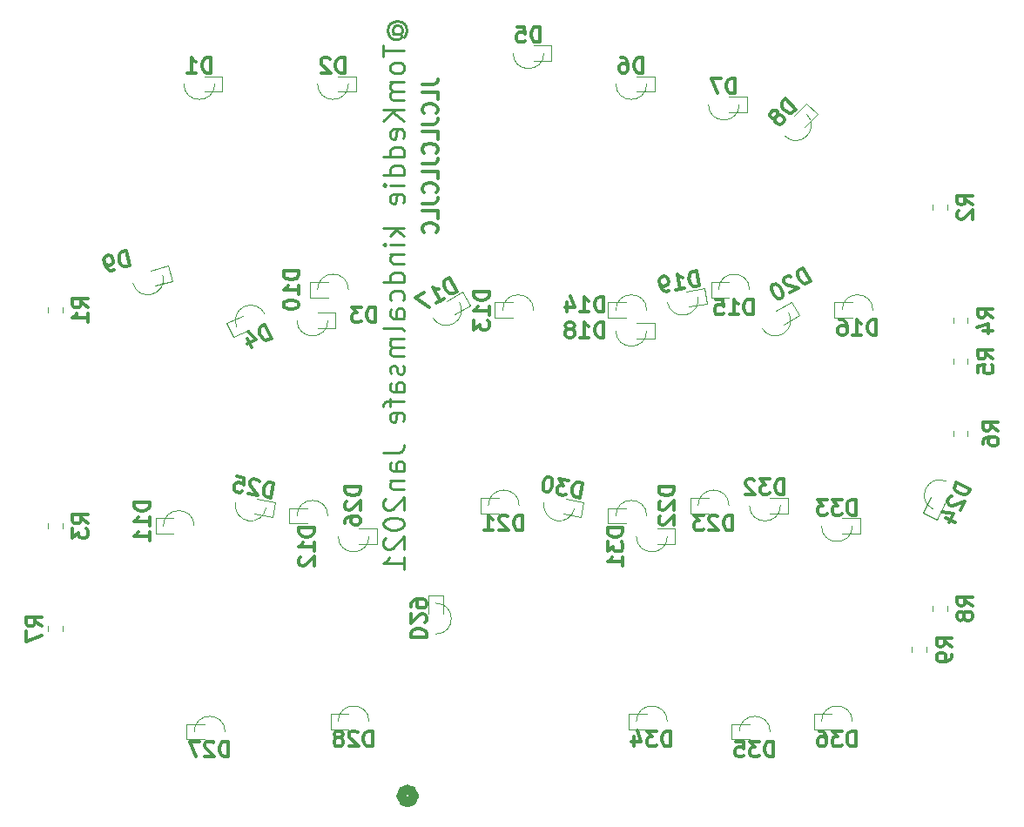
<source format=gbr>
%TF.GenerationSoftware,KiCad,Pcbnew,5.1.7-a382d34a8~88~ubuntu20.04.1*%
%TF.CreationDate,2021-01-12T19:29:10-08:00*%
%TF.ProjectId,kindcalmsafe,6b696e64-6361-46c6-9d73-6166652e6b69,rev?*%
%TF.SameCoordinates,Original*%
%TF.FileFunction,Legend,Bot*%
%TF.FilePolarity,Positive*%
%FSLAX46Y46*%
G04 Gerber Fmt 4.6, Leading zero omitted, Abs format (unit mm)*
G04 Created by KiCad (PCBNEW 5.1.7-a382d34a8~88~ubuntu20.04.1) date 2021-01-12 19:29:10*
%MOMM*%
%LPD*%
G01*
G04 APERTURE LIST*
%ADD10C,0.375000*%
%ADD11C,0.250000*%
%ADD12C,0.120000*%
%ADD13C,1.000000*%
G04 APERTURE END LIST*
D10*
X91678571Y-63071428D02*
X92750000Y-63071428D01*
X92964285Y-63000000D01*
X93107142Y-62857142D01*
X93178571Y-62642857D01*
X93178571Y-62500000D01*
X93178571Y-64500000D02*
X93178571Y-63785714D01*
X91678571Y-63785714D01*
X93035714Y-65857142D02*
X93107142Y-65785714D01*
X93178571Y-65571428D01*
X93178571Y-65428571D01*
X93107142Y-65214285D01*
X92964285Y-65071428D01*
X92821428Y-65000000D01*
X92535714Y-64928571D01*
X92321428Y-64928571D01*
X92035714Y-65000000D01*
X91892857Y-65071428D01*
X91750000Y-65214285D01*
X91678571Y-65428571D01*
X91678571Y-65571428D01*
X91750000Y-65785714D01*
X91821428Y-65857142D01*
X91678571Y-66928571D02*
X92750000Y-66928571D01*
X92964285Y-66857142D01*
X93107142Y-66714285D01*
X93178571Y-66500000D01*
X93178571Y-66357142D01*
X93178571Y-68357142D02*
X93178571Y-67642857D01*
X91678571Y-67642857D01*
X93035714Y-69714285D02*
X93107142Y-69642857D01*
X93178571Y-69428571D01*
X93178571Y-69285714D01*
X93107142Y-69071428D01*
X92964285Y-68928571D01*
X92821428Y-68857142D01*
X92535714Y-68785714D01*
X92321428Y-68785714D01*
X92035714Y-68857142D01*
X91892857Y-68928571D01*
X91750000Y-69071428D01*
X91678571Y-69285714D01*
X91678571Y-69428571D01*
X91750000Y-69642857D01*
X91821428Y-69714285D01*
X91678571Y-70785714D02*
X92750000Y-70785714D01*
X92964285Y-70714285D01*
X93107142Y-70571428D01*
X93178571Y-70357142D01*
X93178571Y-70214285D01*
X93178571Y-72214285D02*
X93178571Y-71500000D01*
X91678571Y-71500000D01*
X93035714Y-73571428D02*
X93107142Y-73500000D01*
X93178571Y-73285714D01*
X93178571Y-73142857D01*
X93107142Y-72928571D01*
X92964285Y-72785714D01*
X92821428Y-72714285D01*
X92535714Y-72642857D01*
X92321428Y-72642857D01*
X92035714Y-72714285D01*
X91892857Y-72785714D01*
X91750000Y-72928571D01*
X91678571Y-73142857D01*
X91678571Y-73285714D01*
X91750000Y-73500000D01*
X91821428Y-73571428D01*
X91678571Y-74642857D02*
X92750000Y-74642857D01*
X92964285Y-74571428D01*
X93107142Y-74428571D01*
X93178571Y-74214285D01*
X93178571Y-74071428D01*
X93178571Y-76071428D02*
X93178571Y-75357142D01*
X91678571Y-75357142D01*
X93035714Y-77428571D02*
X93107142Y-77357142D01*
X93178571Y-77142857D01*
X93178571Y-77000000D01*
X93107142Y-76785714D01*
X92964285Y-76642857D01*
X92821428Y-76571428D01*
X92535714Y-76500000D01*
X92321428Y-76500000D01*
X92035714Y-76571428D01*
X91892857Y-76642857D01*
X91750000Y-76785714D01*
X91678571Y-77000000D01*
X91678571Y-77142857D01*
X91750000Y-77357142D01*
X91821428Y-77428571D01*
D11*
X88952380Y-58166666D02*
X88857142Y-58071428D01*
X88761904Y-57880952D01*
X88761904Y-57690476D01*
X88857142Y-57500000D01*
X88952380Y-57404761D01*
X89142857Y-57309523D01*
X89333333Y-57309523D01*
X89523809Y-57404761D01*
X89619047Y-57500000D01*
X89714285Y-57690476D01*
X89714285Y-57880952D01*
X89619047Y-58071428D01*
X89523809Y-58166666D01*
X88761904Y-58166666D02*
X89523809Y-58166666D01*
X89619047Y-58261904D01*
X89619047Y-58357142D01*
X89523809Y-58547619D01*
X89333333Y-58642857D01*
X88857142Y-58642857D01*
X88571428Y-58452380D01*
X88380952Y-58166666D01*
X88285714Y-57785714D01*
X88380952Y-57404761D01*
X88571428Y-57119047D01*
X88857142Y-56928571D01*
X89238095Y-56833333D01*
X89619047Y-56928571D01*
X89904761Y-57119047D01*
X90095238Y-57404761D01*
X90190476Y-57785714D01*
X90095238Y-58166666D01*
X89904761Y-58452380D01*
X87904761Y-59214285D02*
X87904761Y-60357142D01*
X89904761Y-59785714D02*
X87904761Y-59785714D01*
X89904761Y-61309523D02*
X89809523Y-61119047D01*
X89714285Y-61023809D01*
X89523809Y-60928571D01*
X88952380Y-60928571D01*
X88761904Y-61023809D01*
X88666666Y-61119047D01*
X88571428Y-61309523D01*
X88571428Y-61595238D01*
X88666666Y-61785714D01*
X88761904Y-61880952D01*
X88952380Y-61976190D01*
X89523809Y-61976190D01*
X89714285Y-61880952D01*
X89809523Y-61785714D01*
X89904761Y-61595238D01*
X89904761Y-61309523D01*
X89904761Y-62833333D02*
X88571428Y-62833333D01*
X88761904Y-62833333D02*
X88666666Y-62928571D01*
X88571428Y-63119047D01*
X88571428Y-63404761D01*
X88666666Y-63595238D01*
X88857142Y-63690476D01*
X89904761Y-63690476D01*
X88857142Y-63690476D02*
X88666666Y-63785714D01*
X88571428Y-63976190D01*
X88571428Y-64261904D01*
X88666666Y-64452380D01*
X88857142Y-64547619D01*
X89904761Y-64547619D01*
X89904761Y-65500000D02*
X87904761Y-65500000D01*
X89904761Y-66642857D02*
X88761904Y-65785714D01*
X87904761Y-66642857D02*
X89047619Y-65500000D01*
X89809523Y-68261904D02*
X89904761Y-68071428D01*
X89904761Y-67690476D01*
X89809523Y-67500000D01*
X89619047Y-67404761D01*
X88857142Y-67404761D01*
X88666666Y-67500000D01*
X88571428Y-67690476D01*
X88571428Y-68071428D01*
X88666666Y-68261904D01*
X88857142Y-68357142D01*
X89047619Y-68357142D01*
X89238095Y-67404761D01*
X89904761Y-70071428D02*
X87904761Y-70071428D01*
X89809523Y-70071428D02*
X89904761Y-69880952D01*
X89904761Y-69500000D01*
X89809523Y-69309523D01*
X89714285Y-69214285D01*
X89523809Y-69119047D01*
X88952380Y-69119047D01*
X88761904Y-69214285D01*
X88666666Y-69309523D01*
X88571428Y-69500000D01*
X88571428Y-69880952D01*
X88666666Y-70071428D01*
X89904761Y-71880952D02*
X87904761Y-71880952D01*
X89809523Y-71880952D02*
X89904761Y-71690476D01*
X89904761Y-71309523D01*
X89809523Y-71119047D01*
X89714285Y-71023809D01*
X89523809Y-70928571D01*
X88952380Y-70928571D01*
X88761904Y-71023809D01*
X88666666Y-71119047D01*
X88571428Y-71309523D01*
X88571428Y-71690476D01*
X88666666Y-71880952D01*
X89904761Y-72833333D02*
X88571428Y-72833333D01*
X87904761Y-72833333D02*
X88000000Y-72738095D01*
X88095238Y-72833333D01*
X88000000Y-72928571D01*
X87904761Y-72833333D01*
X88095238Y-72833333D01*
X89809523Y-74547619D02*
X89904761Y-74357142D01*
X89904761Y-73976190D01*
X89809523Y-73785714D01*
X89619047Y-73690476D01*
X88857142Y-73690476D01*
X88666666Y-73785714D01*
X88571428Y-73976190D01*
X88571428Y-74357142D01*
X88666666Y-74547619D01*
X88857142Y-74642857D01*
X89047619Y-74642857D01*
X89238095Y-73690476D01*
X89904761Y-77023809D02*
X87904761Y-77023809D01*
X89142857Y-77214285D02*
X89904761Y-77785714D01*
X88571428Y-77785714D02*
X89333333Y-77023809D01*
X89904761Y-78642857D02*
X88571428Y-78642857D01*
X87904761Y-78642857D02*
X88000000Y-78547619D01*
X88095238Y-78642857D01*
X88000000Y-78738095D01*
X87904761Y-78642857D01*
X88095238Y-78642857D01*
X88571428Y-79595238D02*
X89904761Y-79595238D01*
X88761904Y-79595238D02*
X88666666Y-79690476D01*
X88571428Y-79880952D01*
X88571428Y-80166666D01*
X88666666Y-80357142D01*
X88857142Y-80452380D01*
X89904761Y-80452380D01*
X89904761Y-82261904D02*
X87904761Y-82261904D01*
X89809523Y-82261904D02*
X89904761Y-82071428D01*
X89904761Y-81690476D01*
X89809523Y-81499999D01*
X89714285Y-81404761D01*
X89523809Y-81309523D01*
X88952380Y-81309523D01*
X88761904Y-81404761D01*
X88666666Y-81499999D01*
X88571428Y-81690476D01*
X88571428Y-82071428D01*
X88666666Y-82261904D01*
X89809523Y-84071428D02*
X89904761Y-83880952D01*
X89904761Y-83499999D01*
X89809523Y-83309523D01*
X89714285Y-83214285D01*
X89523809Y-83119047D01*
X88952380Y-83119047D01*
X88761904Y-83214285D01*
X88666666Y-83309523D01*
X88571428Y-83499999D01*
X88571428Y-83880952D01*
X88666666Y-84071428D01*
X89904761Y-85785714D02*
X88857142Y-85785714D01*
X88666666Y-85690476D01*
X88571428Y-85499999D01*
X88571428Y-85119047D01*
X88666666Y-84928571D01*
X89809523Y-85785714D02*
X89904761Y-85595238D01*
X89904761Y-85119047D01*
X89809523Y-84928571D01*
X89619047Y-84833333D01*
X89428571Y-84833333D01*
X89238095Y-84928571D01*
X89142857Y-85119047D01*
X89142857Y-85595238D01*
X89047619Y-85785714D01*
X89904761Y-87023809D02*
X89809523Y-86833333D01*
X89619047Y-86738095D01*
X87904761Y-86738095D01*
X89904761Y-87785714D02*
X88571428Y-87785714D01*
X88761904Y-87785714D02*
X88666666Y-87880952D01*
X88571428Y-88071428D01*
X88571428Y-88357142D01*
X88666666Y-88547619D01*
X88857142Y-88642857D01*
X89904761Y-88642857D01*
X88857142Y-88642857D02*
X88666666Y-88738095D01*
X88571428Y-88928571D01*
X88571428Y-89214285D01*
X88666666Y-89404761D01*
X88857142Y-89499999D01*
X89904761Y-89499999D01*
X89809523Y-90357142D02*
X89904761Y-90547619D01*
X89904761Y-90928571D01*
X89809523Y-91119047D01*
X89619047Y-91214285D01*
X89523809Y-91214285D01*
X89333333Y-91119047D01*
X89238095Y-90928571D01*
X89238095Y-90642857D01*
X89142857Y-90452380D01*
X88952380Y-90357142D01*
X88857142Y-90357142D01*
X88666666Y-90452380D01*
X88571428Y-90642857D01*
X88571428Y-90928571D01*
X88666666Y-91119047D01*
X89904761Y-92928571D02*
X88857142Y-92928571D01*
X88666666Y-92833333D01*
X88571428Y-92642857D01*
X88571428Y-92261904D01*
X88666666Y-92071428D01*
X89809523Y-92928571D02*
X89904761Y-92738095D01*
X89904761Y-92261904D01*
X89809523Y-92071428D01*
X89619047Y-91976190D01*
X89428571Y-91976190D01*
X89238095Y-92071428D01*
X89142857Y-92261904D01*
X89142857Y-92738095D01*
X89047619Y-92928571D01*
X88571428Y-93595238D02*
X88571428Y-94357142D01*
X89904761Y-93880952D02*
X88190476Y-93880952D01*
X88000000Y-93976190D01*
X87904761Y-94166666D01*
X87904761Y-94357142D01*
X89809523Y-95785714D02*
X89904761Y-95595238D01*
X89904761Y-95214285D01*
X89809523Y-95023809D01*
X89619047Y-94928571D01*
X88857142Y-94928571D01*
X88666666Y-95023809D01*
X88571428Y-95214285D01*
X88571428Y-95595238D01*
X88666666Y-95785714D01*
X88857142Y-95880952D01*
X89047619Y-95880952D01*
X89238095Y-94928571D01*
X87904761Y-98833333D02*
X89333333Y-98833333D01*
X89619047Y-98738095D01*
X89809523Y-98547619D01*
X89904761Y-98261904D01*
X89904761Y-98071428D01*
X89904761Y-100642857D02*
X88857142Y-100642857D01*
X88666666Y-100547619D01*
X88571428Y-100357142D01*
X88571428Y-99976190D01*
X88666666Y-99785714D01*
X89809523Y-100642857D02*
X89904761Y-100452380D01*
X89904761Y-99976190D01*
X89809523Y-99785714D01*
X89619047Y-99690476D01*
X89428571Y-99690476D01*
X89238095Y-99785714D01*
X89142857Y-99976190D01*
X89142857Y-100452380D01*
X89047619Y-100642857D01*
X88571428Y-101595238D02*
X89904761Y-101595238D01*
X88761904Y-101595238D02*
X88666666Y-101690476D01*
X88571428Y-101880952D01*
X88571428Y-102166666D01*
X88666666Y-102357142D01*
X88857142Y-102452380D01*
X89904761Y-102452380D01*
X88095238Y-103309523D02*
X88000000Y-103404761D01*
X87904761Y-103595238D01*
X87904761Y-104071428D01*
X88000000Y-104261904D01*
X88095238Y-104357142D01*
X88285714Y-104452380D01*
X88476190Y-104452380D01*
X88761904Y-104357142D01*
X89904761Y-103214285D01*
X89904761Y-104452380D01*
X87904761Y-105690476D02*
X87904761Y-105880952D01*
X88000000Y-106071428D01*
X88095238Y-106166666D01*
X88285714Y-106261904D01*
X88666666Y-106357142D01*
X89142857Y-106357142D01*
X89523809Y-106261904D01*
X89714285Y-106166666D01*
X89809523Y-106071428D01*
X89904761Y-105880952D01*
X89904761Y-105690476D01*
X89809523Y-105500000D01*
X89714285Y-105404761D01*
X89523809Y-105309523D01*
X89142857Y-105214285D01*
X88666666Y-105214285D01*
X88285714Y-105309523D01*
X88095238Y-105404761D01*
X88000000Y-105500000D01*
X87904761Y-105690476D01*
X88095238Y-107119047D02*
X88000000Y-107214285D01*
X87904761Y-107404761D01*
X87904761Y-107880952D01*
X88000000Y-108071428D01*
X88095238Y-108166666D01*
X88285714Y-108261904D01*
X88476190Y-108261904D01*
X88761904Y-108166666D01*
X89904761Y-107023809D01*
X89904761Y-108261904D01*
X89904761Y-110166666D02*
X89904761Y-109023809D01*
X89904761Y-109595238D02*
X87904761Y-109595238D01*
X88190476Y-109404761D01*
X88380952Y-109214285D01*
X88476190Y-109023809D01*
D12*
%TO.C,R2*%
X142710000Y-75258578D02*
X142710000Y-74741422D01*
X141290000Y-75258578D02*
X141290000Y-74741422D01*
%TO.C,R9*%
X140710000Y-118258578D02*
X140710000Y-117741422D01*
X139290000Y-118258578D02*
X139290000Y-117741422D01*
%TO.C,R8*%
X142710000Y-114258578D02*
X142710000Y-113741422D01*
X141290000Y-114258578D02*
X141290000Y-113741422D01*
%TO.C,R7*%
X55290000Y-115741422D02*
X55290000Y-116258578D01*
X56710000Y-115741422D02*
X56710000Y-116258578D01*
%TO.C,R6*%
X144710000Y-97258578D02*
X144710000Y-96741422D01*
X143290000Y-97258578D02*
X143290000Y-96741422D01*
%TO.C,R5*%
X144710000Y-90258578D02*
X144710000Y-89741422D01*
X143290000Y-90258578D02*
X143290000Y-89741422D01*
%TO.C,R4*%
X144710000Y-86258578D02*
X144710000Y-85741422D01*
X143290000Y-86258578D02*
X143290000Y-85741422D01*
%TO.C,R3*%
X56710000Y-106258578D02*
X56710000Y-105741422D01*
X55290000Y-106258578D02*
X55290000Y-105741422D01*
%TO.C,R1*%
X56710000Y-85258578D02*
X56710000Y-84741422D01*
X55290000Y-85258578D02*
X55290000Y-84741422D01*
%TO.C,D36*%
X133500000Y-125000000D02*
G75*
G03*
X130500000Y-125000000I-1500000J0D01*
G01*
X131500000Y-124250000D02*
X129750000Y-124250000D01*
X129750000Y-125750000D02*
X129750000Y-124250000D01*
X129750000Y-125750000D02*
X131500000Y-125750000D01*
%TO.C,D35*%
X125500000Y-126000000D02*
G75*
G03*
X122500000Y-126000000I-1500000J0D01*
G01*
X123500000Y-125250000D02*
X121750000Y-125250000D01*
X121750000Y-126750000D02*
X121750000Y-125250000D01*
X121750000Y-126750000D02*
X123500000Y-126750000D01*
%TO.C,D34*%
X115500000Y-125000000D02*
G75*
G03*
X112500000Y-125000000I-1500000J0D01*
G01*
X113500000Y-124250000D02*
X111750000Y-124250000D01*
X111750000Y-125750000D02*
X111750000Y-124250000D01*
X111750000Y-125750000D02*
X113500000Y-125750000D01*
%TO.C,D33*%
X130500000Y-106000000D02*
G75*
G03*
X133500000Y-106000000I1500000J0D01*
G01*
X132500000Y-106750000D02*
X134250000Y-106750000D01*
X134250000Y-105250000D02*
X134250000Y-106750000D01*
X134250000Y-105250000D02*
X132500000Y-105250000D01*
%TO.C,D32*%
X123500000Y-104000000D02*
G75*
G03*
X126500000Y-104000000I1500000J0D01*
G01*
X125500000Y-104750000D02*
X127250000Y-104750000D01*
X127250000Y-103250000D02*
X127250000Y-104750000D01*
X127250000Y-103250000D02*
X125500000Y-103250000D01*
%TO.C,D31*%
X112500000Y-107000000D02*
G75*
G03*
X115500000Y-107000000I1500000J0D01*
G01*
X114500000Y-107750000D02*
X116250000Y-107750000D01*
X116250000Y-106250000D02*
X116250000Y-107750000D01*
X116250000Y-106250000D02*
X114500000Y-106250000D01*
%TO.C,D30*%
X103522788Y-103739528D02*
G75*
G03*
X106477212Y-104260472I1477212J-260472D01*
G01*
X105362168Y-104825430D02*
X107085581Y-105129314D01*
X107346054Y-103652103D02*
X107085581Y-105129314D01*
X107346054Y-103652103D02*
X105622640Y-103348218D01*
%TO.C,D29*%
X93000000Y-116500000D02*
G75*
G03*
X93000000Y-113500000I0J1500000D01*
G01*
X93750000Y-114500000D02*
X93750000Y-112750000D01*
X92250000Y-112750000D02*
X93750000Y-112750000D01*
X92250000Y-112750000D02*
X92250000Y-114500000D01*
%TO.C,D28*%
X86500000Y-125000000D02*
G75*
G03*
X83500000Y-125000000I-1500000J0D01*
G01*
X84500000Y-124250000D02*
X82750000Y-124250000D01*
X82750000Y-125750000D02*
X82750000Y-124250000D01*
X82750000Y-125750000D02*
X84500000Y-125750000D01*
%TO.C,D27*%
X72500000Y-126000000D02*
G75*
G03*
X69500000Y-126000000I-1500000J0D01*
G01*
X70500000Y-125250000D02*
X68750000Y-125250000D01*
X68750000Y-126750000D02*
X68750000Y-125250000D01*
X68750000Y-126750000D02*
X70500000Y-126750000D01*
%TO.C,D26*%
X83500000Y-107000000D02*
G75*
G03*
X86500000Y-107000000I1500000J0D01*
G01*
X85500000Y-107750000D02*
X87250000Y-107750000D01*
X87250000Y-106250000D02*
X87250000Y-107750000D01*
X87250000Y-106250000D02*
X85500000Y-106250000D01*
%TO.C,D25*%
X73522788Y-103739528D02*
G75*
G03*
X76477212Y-104260472I1477212J-260472D01*
G01*
X75362168Y-104825430D02*
X77085581Y-105129314D01*
X77346054Y-103652103D02*
X77085581Y-105129314D01*
X77346054Y-103652103D02*
X75622640Y-103348218D01*
%TO.C,D24*%
X142633927Y-101640538D02*
G75*
G03*
X141366073Y-104359462I-633927J-1359462D01*
G01*
X141108960Y-103136190D02*
X140369378Y-104722229D01*
X141728840Y-105356156D02*
X140369378Y-104722229D01*
X141728840Y-105356156D02*
X142468422Y-103770118D01*
%TO.C,D23*%
X121500000Y-104000000D02*
G75*
G03*
X118500000Y-104000000I-1500000J0D01*
G01*
X119500000Y-103250000D02*
X117750000Y-103250000D01*
X117750000Y-104750000D02*
X117750000Y-103250000D01*
X117750000Y-104750000D02*
X119500000Y-104750000D01*
%TO.C,D22*%
X113500000Y-105000000D02*
G75*
G03*
X110500000Y-105000000I-1500000J0D01*
G01*
X111500000Y-104250000D02*
X109750000Y-104250000D01*
X109750000Y-105750000D02*
X109750000Y-104250000D01*
X109750000Y-105750000D02*
X111500000Y-105750000D01*
%TO.C,D21*%
X101100000Y-104000000D02*
G75*
G03*
X98100000Y-104000000I-1500000J0D01*
G01*
X99100000Y-103250000D02*
X97350000Y-103250000D01*
X97350000Y-104750000D02*
X97350000Y-103250000D01*
X97350000Y-104750000D02*
X99100000Y-104750000D01*
%TO.C,D20*%
X124700962Y-86750000D02*
G75*
G03*
X127299038Y-85250000I1299038J750000D01*
G01*
X126808013Y-86399519D02*
X128323557Y-85524519D01*
X127573557Y-84225481D02*
X128323557Y-85524519D01*
X127573557Y-84225481D02*
X126058013Y-85100481D01*
%TO.C,D19*%
X115522788Y-84260472D02*
G75*
G03*
X118477212Y-83739528I1477212J260472D01*
G01*
X117622640Y-84651782D02*
X119346054Y-84347897D01*
X119085581Y-82870686D02*
X119346054Y-84347897D01*
X119085581Y-82870686D02*
X117362168Y-83174570D01*
%TO.C,D18*%
X110500000Y-87000000D02*
G75*
G03*
X113500000Y-87000000I1500000J0D01*
G01*
X112500000Y-87750000D02*
X114250000Y-87750000D01*
X114250000Y-86250000D02*
X114250000Y-87750000D01*
X114250000Y-86250000D02*
X112500000Y-86250000D01*
%TO.C,D17*%
X92700962Y-85750000D02*
G75*
G03*
X95299038Y-84250000I1299038J750000D01*
G01*
X94808013Y-85399519D02*
X96323557Y-84524519D01*
X95573557Y-83225481D02*
X96323557Y-84524519D01*
X95573557Y-83225481D02*
X94058013Y-84100481D01*
%TO.C,D16*%
X135500000Y-85000000D02*
G75*
G03*
X132500000Y-85000000I-1500000J0D01*
G01*
X133500000Y-84250000D02*
X131750000Y-84250000D01*
X131750000Y-85750000D02*
X131750000Y-84250000D01*
X131750000Y-85750000D02*
X133500000Y-85750000D01*
%TO.C,D15*%
X123500000Y-83000000D02*
G75*
G03*
X120500000Y-83000000I-1500000J0D01*
G01*
X121500000Y-82250000D02*
X119750000Y-82250000D01*
X119750000Y-83750000D02*
X119750000Y-82250000D01*
X119750000Y-83750000D02*
X121500000Y-83750000D01*
%TO.C,D14*%
X113500000Y-85000000D02*
G75*
G03*
X110500000Y-85000000I-1500000J0D01*
G01*
X111500000Y-84250000D02*
X109750000Y-84250000D01*
X109750000Y-85750000D02*
X109750000Y-84250000D01*
X109750000Y-85750000D02*
X111500000Y-85750000D01*
%TO.C,D13*%
X102500000Y-85000000D02*
G75*
G03*
X99500000Y-85000000I-1500000J0D01*
G01*
X100500000Y-84250000D02*
X98750000Y-84250000D01*
X98750000Y-85750000D02*
X98750000Y-84250000D01*
X98750000Y-85750000D02*
X100500000Y-85750000D01*
%TO.C,D12*%
X82500000Y-105000000D02*
G75*
G03*
X79500000Y-105000000I-1500000J0D01*
G01*
X80500000Y-104250000D02*
X78750000Y-104250000D01*
X78750000Y-105750000D02*
X78750000Y-104250000D01*
X78750000Y-105750000D02*
X80500000Y-105750000D01*
%TO.C,D11*%
X69500000Y-106000000D02*
G75*
G03*
X66500000Y-106000000I-1500000J0D01*
G01*
X67500000Y-105250000D02*
X65750000Y-105250000D01*
X65750000Y-106750000D02*
X65750000Y-105250000D01*
X65750000Y-106750000D02*
X67500000Y-106750000D01*
%TO.C,D10*%
X79500000Y-86000000D02*
G75*
G03*
X82500000Y-86000000I1500000J0D01*
G01*
X81500000Y-86750000D02*
X83250000Y-86750000D01*
X83250000Y-85250000D02*
X83250000Y-86750000D01*
X83250000Y-85250000D02*
X81500000Y-85250000D01*
%TO.C,D9*%
X63551111Y-82388229D02*
G75*
G03*
X66448889Y-81611771I1448889J388229D01*
G01*
X65677077Y-82595035D02*
X67367447Y-82142102D01*
X66979219Y-80693213D02*
X67367447Y-82142102D01*
X66979219Y-80693213D02*
X65288849Y-81146146D01*
%TO.C,D8*%
X126939340Y-68060660D02*
G75*
G03*
X129060660Y-65939340I1060660J1060660D01*
G01*
X128883883Y-67176777D02*
X130121320Y-65939340D01*
X129060660Y-64878680D02*
X130121320Y-65939340D01*
X129060660Y-64878680D02*
X127823223Y-66116117D01*
%TO.C,D7*%
X119500000Y-65000000D02*
G75*
G03*
X122500000Y-65000000I1500000J0D01*
G01*
X121500000Y-65750000D02*
X123250000Y-65750000D01*
X123250000Y-64250000D02*
X123250000Y-65750000D01*
X123250000Y-64250000D02*
X121500000Y-64250000D01*
%TO.C,D6*%
X110500000Y-63000000D02*
G75*
G03*
X113500000Y-63000000I1500000J0D01*
G01*
X112500000Y-63750000D02*
X114250000Y-63750000D01*
X114250000Y-62250000D02*
X114250000Y-63750000D01*
X114250000Y-62250000D02*
X112500000Y-62250000D01*
%TO.C,D5*%
X100500000Y-60000000D02*
G75*
G03*
X103500000Y-60000000I1500000J0D01*
G01*
X102500000Y-60750000D02*
X104250000Y-60750000D01*
X104250000Y-59250000D02*
X104250000Y-60750000D01*
X104250000Y-59250000D02*
X102500000Y-59250000D01*
%TO.C,D4*%
X76359462Y-85366073D02*
G75*
G03*
X73640538Y-86633927I-1359462J-633927D01*
G01*
X74229882Y-85531578D02*
X72643844Y-86271160D01*
X73277771Y-87630622D02*
X72643844Y-86271160D01*
X73277771Y-87630622D02*
X74863810Y-86891040D01*
%TO.C,D3*%
X84500000Y-83000000D02*
G75*
G03*
X81500000Y-83000000I-1500000J0D01*
G01*
X82500000Y-82250000D02*
X80750000Y-82250000D01*
X80750000Y-83750000D02*
X80750000Y-82250000D01*
X80750000Y-83750000D02*
X82500000Y-83750000D01*
%TO.C,D2*%
X81500000Y-63000000D02*
G75*
G03*
X84500000Y-63000000I1500000J0D01*
G01*
X83500000Y-63750000D02*
X85250000Y-63750000D01*
X85250000Y-62250000D02*
X85250000Y-63750000D01*
X85250000Y-62250000D02*
X83500000Y-62250000D01*
%TO.C,D1*%
X68500000Y-63000000D02*
G75*
G03*
X71500000Y-63000000I1500000J0D01*
G01*
X70500000Y-63750000D02*
X72250000Y-63750000D01*
X72250000Y-62250000D02*
X72250000Y-63750000D01*
X72250000Y-62250000D02*
X70500000Y-62250000D01*
D13*
%TO.C,X1*%
X90850000Y-132250000D02*
G75*
G03*
X90850000Y-132250000I-600000J0D01*
G01*
%TO.C,R2*%
D10*
X145178571Y-74750000D02*
X144464285Y-74250000D01*
X145178571Y-73892857D02*
X143678571Y-73892857D01*
X143678571Y-74464285D01*
X143750000Y-74607142D01*
X143821428Y-74678571D01*
X143964285Y-74750000D01*
X144178571Y-74750000D01*
X144321428Y-74678571D01*
X144392857Y-74607142D01*
X144464285Y-74464285D01*
X144464285Y-73892857D01*
X143821428Y-75321428D02*
X143750000Y-75392857D01*
X143678571Y-75535714D01*
X143678571Y-75892857D01*
X143750000Y-76035714D01*
X143821428Y-76107142D01*
X143964285Y-76178571D01*
X144107142Y-76178571D01*
X144321428Y-76107142D01*
X145178571Y-75250000D01*
X145178571Y-76178571D01*
%TO.C,R9*%
X143178571Y-117750000D02*
X142464285Y-117250000D01*
X143178571Y-116892857D02*
X141678571Y-116892857D01*
X141678571Y-117464285D01*
X141750000Y-117607142D01*
X141821428Y-117678571D01*
X141964285Y-117750000D01*
X142178571Y-117750000D01*
X142321428Y-117678571D01*
X142392857Y-117607142D01*
X142464285Y-117464285D01*
X142464285Y-116892857D01*
X143178571Y-118464285D02*
X143178571Y-118750000D01*
X143107142Y-118892857D01*
X143035714Y-118964285D01*
X142821428Y-119107142D01*
X142535714Y-119178571D01*
X141964285Y-119178571D01*
X141821428Y-119107142D01*
X141750000Y-119035714D01*
X141678571Y-118892857D01*
X141678571Y-118607142D01*
X141750000Y-118464285D01*
X141821428Y-118392857D01*
X141964285Y-118321428D01*
X142321428Y-118321428D01*
X142464285Y-118392857D01*
X142535714Y-118464285D01*
X142607142Y-118607142D01*
X142607142Y-118892857D01*
X142535714Y-119035714D01*
X142464285Y-119107142D01*
X142321428Y-119178571D01*
%TO.C,R8*%
X145178571Y-113750000D02*
X144464285Y-113250000D01*
X145178571Y-112892857D02*
X143678571Y-112892857D01*
X143678571Y-113464285D01*
X143750000Y-113607142D01*
X143821428Y-113678571D01*
X143964285Y-113750000D01*
X144178571Y-113750000D01*
X144321428Y-113678571D01*
X144392857Y-113607142D01*
X144464285Y-113464285D01*
X144464285Y-112892857D01*
X144321428Y-114607142D02*
X144250000Y-114464285D01*
X144178571Y-114392857D01*
X144035714Y-114321428D01*
X143964285Y-114321428D01*
X143821428Y-114392857D01*
X143750000Y-114464285D01*
X143678571Y-114607142D01*
X143678571Y-114892857D01*
X143750000Y-115035714D01*
X143821428Y-115107142D01*
X143964285Y-115178571D01*
X144035714Y-115178571D01*
X144178571Y-115107142D01*
X144250000Y-115035714D01*
X144321428Y-114892857D01*
X144321428Y-114607142D01*
X144392857Y-114464285D01*
X144464285Y-114392857D01*
X144607142Y-114321428D01*
X144892857Y-114321428D01*
X145035714Y-114392857D01*
X145107142Y-114464285D01*
X145178571Y-114607142D01*
X145178571Y-114892857D01*
X145107142Y-115035714D01*
X145035714Y-115107142D01*
X144892857Y-115178571D01*
X144607142Y-115178571D01*
X144464285Y-115107142D01*
X144392857Y-115035714D01*
X144321428Y-114892857D01*
%TO.C,R7*%
X54678571Y-115750000D02*
X53964285Y-115250000D01*
X54678571Y-114892857D02*
X53178571Y-114892857D01*
X53178571Y-115464285D01*
X53250000Y-115607142D01*
X53321428Y-115678571D01*
X53464285Y-115750000D01*
X53678571Y-115750000D01*
X53821428Y-115678571D01*
X53892857Y-115607142D01*
X53964285Y-115464285D01*
X53964285Y-114892857D01*
X53178571Y-116250000D02*
X53178571Y-117250000D01*
X54678571Y-116607142D01*
%TO.C,R6*%
X147678571Y-96750000D02*
X146964285Y-96250000D01*
X147678571Y-95892857D02*
X146178571Y-95892857D01*
X146178571Y-96464285D01*
X146250000Y-96607142D01*
X146321428Y-96678571D01*
X146464285Y-96750000D01*
X146678571Y-96750000D01*
X146821428Y-96678571D01*
X146892857Y-96607142D01*
X146964285Y-96464285D01*
X146964285Y-95892857D01*
X146178571Y-98035714D02*
X146178571Y-97750000D01*
X146250000Y-97607142D01*
X146321428Y-97535714D01*
X146535714Y-97392857D01*
X146821428Y-97321428D01*
X147392857Y-97321428D01*
X147535714Y-97392857D01*
X147607142Y-97464285D01*
X147678571Y-97607142D01*
X147678571Y-97892857D01*
X147607142Y-98035714D01*
X147535714Y-98107142D01*
X147392857Y-98178571D01*
X147035714Y-98178571D01*
X146892857Y-98107142D01*
X146821428Y-98035714D01*
X146750000Y-97892857D01*
X146750000Y-97607142D01*
X146821428Y-97464285D01*
X146892857Y-97392857D01*
X147035714Y-97321428D01*
%TO.C,R5*%
X147178571Y-89750000D02*
X146464285Y-89250000D01*
X147178571Y-88892857D02*
X145678571Y-88892857D01*
X145678571Y-89464285D01*
X145750000Y-89607142D01*
X145821428Y-89678571D01*
X145964285Y-89750000D01*
X146178571Y-89750000D01*
X146321428Y-89678571D01*
X146392857Y-89607142D01*
X146464285Y-89464285D01*
X146464285Y-88892857D01*
X145678571Y-91107142D02*
X145678571Y-90392857D01*
X146392857Y-90321428D01*
X146321428Y-90392857D01*
X146250000Y-90535714D01*
X146250000Y-90892857D01*
X146321428Y-91035714D01*
X146392857Y-91107142D01*
X146535714Y-91178571D01*
X146892857Y-91178571D01*
X147035714Y-91107142D01*
X147107142Y-91035714D01*
X147178571Y-90892857D01*
X147178571Y-90535714D01*
X147107142Y-90392857D01*
X147035714Y-90321428D01*
%TO.C,R4*%
X147178571Y-85750000D02*
X146464285Y-85250000D01*
X147178571Y-84892857D02*
X145678571Y-84892857D01*
X145678571Y-85464285D01*
X145750000Y-85607142D01*
X145821428Y-85678571D01*
X145964285Y-85750000D01*
X146178571Y-85750000D01*
X146321428Y-85678571D01*
X146392857Y-85607142D01*
X146464285Y-85464285D01*
X146464285Y-84892857D01*
X146178571Y-87035714D02*
X147178571Y-87035714D01*
X145607142Y-86678571D02*
X146678571Y-86321428D01*
X146678571Y-87250000D01*
%TO.C,R3*%
X59178571Y-105750000D02*
X58464285Y-105250000D01*
X59178571Y-104892857D02*
X57678571Y-104892857D01*
X57678571Y-105464285D01*
X57750000Y-105607142D01*
X57821428Y-105678571D01*
X57964285Y-105750000D01*
X58178571Y-105750000D01*
X58321428Y-105678571D01*
X58392857Y-105607142D01*
X58464285Y-105464285D01*
X58464285Y-104892857D01*
X57678571Y-106250000D02*
X57678571Y-107178571D01*
X58250000Y-106678571D01*
X58250000Y-106892857D01*
X58321428Y-107035714D01*
X58392857Y-107107142D01*
X58535714Y-107178571D01*
X58892857Y-107178571D01*
X59035714Y-107107142D01*
X59107142Y-107035714D01*
X59178571Y-106892857D01*
X59178571Y-106464285D01*
X59107142Y-106321428D01*
X59035714Y-106250000D01*
%TO.C,R1*%
X59178571Y-84750000D02*
X58464285Y-84250000D01*
X59178571Y-83892857D02*
X57678571Y-83892857D01*
X57678571Y-84464285D01*
X57750000Y-84607142D01*
X57821428Y-84678571D01*
X57964285Y-84750000D01*
X58178571Y-84750000D01*
X58321428Y-84678571D01*
X58392857Y-84607142D01*
X58464285Y-84464285D01*
X58464285Y-83892857D01*
X59178571Y-86178571D02*
X59178571Y-85321428D01*
X59178571Y-85750000D02*
X57678571Y-85750000D01*
X57892857Y-85607142D01*
X58035714Y-85464285D01*
X58107142Y-85321428D01*
%TO.C,D36*%
X133821428Y-127428571D02*
X133821428Y-125928571D01*
X133464285Y-125928571D01*
X133250000Y-126000000D01*
X133107142Y-126142857D01*
X133035714Y-126285714D01*
X132964285Y-126571428D01*
X132964285Y-126785714D01*
X133035714Y-127071428D01*
X133107142Y-127214285D01*
X133250000Y-127357142D01*
X133464285Y-127428571D01*
X133821428Y-127428571D01*
X132464285Y-125928571D02*
X131535714Y-125928571D01*
X132035714Y-126500000D01*
X131821428Y-126500000D01*
X131678571Y-126571428D01*
X131607142Y-126642857D01*
X131535714Y-126785714D01*
X131535714Y-127142857D01*
X131607142Y-127285714D01*
X131678571Y-127357142D01*
X131821428Y-127428571D01*
X132250000Y-127428571D01*
X132392857Y-127357142D01*
X132464285Y-127285714D01*
X130250000Y-125928571D02*
X130535714Y-125928571D01*
X130678571Y-126000000D01*
X130750000Y-126071428D01*
X130892857Y-126285714D01*
X130964285Y-126571428D01*
X130964285Y-127142857D01*
X130892857Y-127285714D01*
X130821428Y-127357142D01*
X130678571Y-127428571D01*
X130392857Y-127428571D01*
X130250000Y-127357142D01*
X130178571Y-127285714D01*
X130107142Y-127142857D01*
X130107142Y-126785714D01*
X130178571Y-126642857D01*
X130250000Y-126571428D01*
X130392857Y-126500000D01*
X130678571Y-126500000D01*
X130821428Y-126571428D01*
X130892857Y-126642857D01*
X130964285Y-126785714D01*
%TO.C,D35*%
X125821428Y-128428571D02*
X125821428Y-126928571D01*
X125464285Y-126928571D01*
X125250000Y-127000000D01*
X125107142Y-127142857D01*
X125035714Y-127285714D01*
X124964285Y-127571428D01*
X124964285Y-127785714D01*
X125035714Y-128071428D01*
X125107142Y-128214285D01*
X125250000Y-128357142D01*
X125464285Y-128428571D01*
X125821428Y-128428571D01*
X124464285Y-126928571D02*
X123535714Y-126928571D01*
X124035714Y-127500000D01*
X123821428Y-127500000D01*
X123678571Y-127571428D01*
X123607142Y-127642857D01*
X123535714Y-127785714D01*
X123535714Y-128142857D01*
X123607142Y-128285714D01*
X123678571Y-128357142D01*
X123821428Y-128428571D01*
X124250000Y-128428571D01*
X124392857Y-128357142D01*
X124464285Y-128285714D01*
X122178571Y-126928571D02*
X122892857Y-126928571D01*
X122964285Y-127642857D01*
X122892857Y-127571428D01*
X122750000Y-127500000D01*
X122392857Y-127500000D01*
X122250000Y-127571428D01*
X122178571Y-127642857D01*
X122107142Y-127785714D01*
X122107142Y-128142857D01*
X122178571Y-128285714D01*
X122250000Y-128357142D01*
X122392857Y-128428571D01*
X122750000Y-128428571D01*
X122892857Y-128357142D01*
X122964285Y-128285714D01*
%TO.C,D34*%
X115821428Y-127428571D02*
X115821428Y-125928571D01*
X115464285Y-125928571D01*
X115250000Y-126000000D01*
X115107142Y-126142857D01*
X115035714Y-126285714D01*
X114964285Y-126571428D01*
X114964285Y-126785714D01*
X115035714Y-127071428D01*
X115107142Y-127214285D01*
X115250000Y-127357142D01*
X115464285Y-127428571D01*
X115821428Y-127428571D01*
X114464285Y-125928571D02*
X113535714Y-125928571D01*
X114035714Y-126500000D01*
X113821428Y-126500000D01*
X113678571Y-126571428D01*
X113607142Y-126642857D01*
X113535714Y-126785714D01*
X113535714Y-127142857D01*
X113607142Y-127285714D01*
X113678571Y-127357142D01*
X113821428Y-127428571D01*
X114250000Y-127428571D01*
X114392857Y-127357142D01*
X114464285Y-127285714D01*
X112250000Y-126428571D02*
X112250000Y-127428571D01*
X112607142Y-125857142D02*
X112964285Y-126928571D01*
X112035714Y-126928571D01*
%TO.C,D33*%
X133821428Y-104928571D02*
X133821428Y-103428571D01*
X133464285Y-103428571D01*
X133250000Y-103500000D01*
X133107142Y-103642857D01*
X133035714Y-103785714D01*
X132964285Y-104071428D01*
X132964285Y-104285714D01*
X133035714Y-104571428D01*
X133107142Y-104714285D01*
X133250000Y-104857142D01*
X133464285Y-104928571D01*
X133821428Y-104928571D01*
X132464285Y-103428571D02*
X131535714Y-103428571D01*
X132035714Y-104000000D01*
X131821428Y-104000000D01*
X131678571Y-104071428D01*
X131607142Y-104142857D01*
X131535714Y-104285714D01*
X131535714Y-104642857D01*
X131607142Y-104785714D01*
X131678571Y-104857142D01*
X131821428Y-104928571D01*
X132250000Y-104928571D01*
X132392857Y-104857142D01*
X132464285Y-104785714D01*
X131035714Y-103428571D02*
X130107142Y-103428571D01*
X130607142Y-104000000D01*
X130392857Y-104000000D01*
X130250000Y-104071428D01*
X130178571Y-104142857D01*
X130107142Y-104285714D01*
X130107142Y-104642857D01*
X130178571Y-104785714D01*
X130250000Y-104857142D01*
X130392857Y-104928571D01*
X130821428Y-104928571D01*
X130964285Y-104857142D01*
X131035714Y-104785714D01*
%TO.C,D32*%
X126821428Y-102928571D02*
X126821428Y-101428571D01*
X126464285Y-101428571D01*
X126250000Y-101500000D01*
X126107142Y-101642857D01*
X126035714Y-101785714D01*
X125964285Y-102071428D01*
X125964285Y-102285714D01*
X126035714Y-102571428D01*
X126107142Y-102714285D01*
X126250000Y-102857142D01*
X126464285Y-102928571D01*
X126821428Y-102928571D01*
X125464285Y-101428571D02*
X124535714Y-101428571D01*
X125035714Y-102000000D01*
X124821428Y-102000000D01*
X124678571Y-102071428D01*
X124607142Y-102142857D01*
X124535714Y-102285714D01*
X124535714Y-102642857D01*
X124607142Y-102785714D01*
X124678571Y-102857142D01*
X124821428Y-102928571D01*
X125250000Y-102928571D01*
X125392857Y-102857142D01*
X125464285Y-102785714D01*
X123964285Y-101571428D02*
X123892857Y-101500000D01*
X123750000Y-101428571D01*
X123392857Y-101428571D01*
X123250000Y-101500000D01*
X123178571Y-101571428D01*
X123107142Y-101714285D01*
X123107142Y-101857142D01*
X123178571Y-102071428D01*
X124035714Y-102928571D01*
X123107142Y-102928571D01*
%TO.C,D31*%
X111178571Y-106178571D02*
X109678571Y-106178571D01*
X109678571Y-106535714D01*
X109750000Y-106750000D01*
X109892857Y-106892857D01*
X110035714Y-106964285D01*
X110321428Y-107035714D01*
X110535714Y-107035714D01*
X110821428Y-106964285D01*
X110964285Y-106892857D01*
X111107142Y-106750000D01*
X111178571Y-106535714D01*
X111178571Y-106178571D01*
X109678571Y-107535714D02*
X109678571Y-108464285D01*
X110250000Y-107964285D01*
X110250000Y-108178571D01*
X110321428Y-108321428D01*
X110392857Y-108392857D01*
X110535714Y-108464285D01*
X110892857Y-108464285D01*
X111035714Y-108392857D01*
X111107142Y-108321428D01*
X111178571Y-108178571D01*
X111178571Y-107750000D01*
X111107142Y-107607142D01*
X111035714Y-107535714D01*
X111178571Y-109892857D02*
X111178571Y-109035714D01*
X111178571Y-109464285D02*
X109678571Y-109464285D01*
X109892857Y-109321428D01*
X110035714Y-109178571D01*
X110107142Y-109035714D01*
%TO.C,D30*%
X106979808Y-103261136D02*
X107240280Y-101783924D01*
X106888563Y-101721907D01*
X106665129Y-101755040D01*
X106499636Y-101870920D01*
X106404485Y-101999203D01*
X106284528Y-102268173D01*
X106247318Y-102479204D01*
X106268047Y-102772981D01*
X106313584Y-102926071D01*
X106429464Y-103091565D01*
X106628091Y-103199118D01*
X106979808Y-103261136D01*
X105903755Y-101548259D02*
X104989291Y-101387014D01*
X105382467Y-102036585D01*
X105171437Y-101999375D01*
X105018347Y-102044911D01*
X104935600Y-102102851D01*
X104840450Y-102231135D01*
X104778432Y-102582852D01*
X104823969Y-102735942D01*
X104881909Y-102818689D01*
X105010192Y-102913839D01*
X105432253Y-102988260D01*
X105585343Y-102942723D01*
X105668090Y-102884783D01*
X104074827Y-101225769D02*
X103934140Y-101200962D01*
X103781049Y-101246499D01*
X103698303Y-101304439D01*
X103603152Y-101432722D01*
X103483195Y-101701692D01*
X103421178Y-102053409D01*
X103441908Y-102347187D01*
X103487444Y-102500277D01*
X103545384Y-102583024D01*
X103673667Y-102678174D01*
X103814354Y-102702981D01*
X103967445Y-102657444D01*
X104050191Y-102599504D01*
X104145342Y-102471221D01*
X104265299Y-102202251D01*
X104327316Y-101850534D01*
X104306586Y-101556757D01*
X104261050Y-101403666D01*
X104203110Y-101320919D01*
X104074827Y-101225769D01*
%TO.C,D29*%
X90571428Y-116821428D02*
X92071428Y-116821428D01*
X92071428Y-116464285D01*
X92000000Y-116250000D01*
X91857142Y-116107142D01*
X91714285Y-116035714D01*
X91428571Y-115964285D01*
X91214285Y-115964285D01*
X90928571Y-116035714D01*
X90785714Y-116107142D01*
X90642857Y-116250000D01*
X90571428Y-116464285D01*
X90571428Y-116821428D01*
X91928571Y-115392857D02*
X92000000Y-115321428D01*
X92071428Y-115178571D01*
X92071428Y-114821428D01*
X92000000Y-114678571D01*
X91928571Y-114607142D01*
X91785714Y-114535714D01*
X91642857Y-114535714D01*
X91428571Y-114607142D01*
X90571428Y-115464285D01*
X90571428Y-114535714D01*
X90571428Y-113821428D02*
X90571428Y-113535714D01*
X90642857Y-113392857D01*
X90714285Y-113321428D01*
X90928571Y-113178571D01*
X91214285Y-113107142D01*
X91785714Y-113107142D01*
X91928571Y-113178571D01*
X92000000Y-113250000D01*
X92071428Y-113392857D01*
X92071428Y-113678571D01*
X92000000Y-113821428D01*
X91928571Y-113892857D01*
X91785714Y-113964285D01*
X91428571Y-113964285D01*
X91285714Y-113892857D01*
X91214285Y-113821428D01*
X91142857Y-113678571D01*
X91142857Y-113392857D01*
X91214285Y-113250000D01*
X91285714Y-113178571D01*
X91428571Y-113107142D01*
%TO.C,D28*%
X86821428Y-127428571D02*
X86821428Y-125928571D01*
X86464285Y-125928571D01*
X86250000Y-126000000D01*
X86107142Y-126142857D01*
X86035714Y-126285714D01*
X85964285Y-126571428D01*
X85964285Y-126785714D01*
X86035714Y-127071428D01*
X86107142Y-127214285D01*
X86250000Y-127357142D01*
X86464285Y-127428571D01*
X86821428Y-127428571D01*
X85392857Y-126071428D02*
X85321428Y-126000000D01*
X85178571Y-125928571D01*
X84821428Y-125928571D01*
X84678571Y-126000000D01*
X84607142Y-126071428D01*
X84535714Y-126214285D01*
X84535714Y-126357142D01*
X84607142Y-126571428D01*
X85464285Y-127428571D01*
X84535714Y-127428571D01*
X83678571Y-126571428D02*
X83821428Y-126500000D01*
X83892857Y-126428571D01*
X83964285Y-126285714D01*
X83964285Y-126214285D01*
X83892857Y-126071428D01*
X83821428Y-126000000D01*
X83678571Y-125928571D01*
X83392857Y-125928571D01*
X83250000Y-126000000D01*
X83178571Y-126071428D01*
X83107142Y-126214285D01*
X83107142Y-126285714D01*
X83178571Y-126428571D01*
X83250000Y-126500000D01*
X83392857Y-126571428D01*
X83678571Y-126571428D01*
X83821428Y-126642857D01*
X83892857Y-126714285D01*
X83964285Y-126857142D01*
X83964285Y-127142857D01*
X83892857Y-127285714D01*
X83821428Y-127357142D01*
X83678571Y-127428571D01*
X83392857Y-127428571D01*
X83250000Y-127357142D01*
X83178571Y-127285714D01*
X83107142Y-127142857D01*
X83107142Y-126857142D01*
X83178571Y-126714285D01*
X83250000Y-126642857D01*
X83392857Y-126571428D01*
%TO.C,D27*%
X72821428Y-128428571D02*
X72821428Y-126928571D01*
X72464285Y-126928571D01*
X72250000Y-127000000D01*
X72107142Y-127142857D01*
X72035714Y-127285714D01*
X71964285Y-127571428D01*
X71964285Y-127785714D01*
X72035714Y-128071428D01*
X72107142Y-128214285D01*
X72250000Y-128357142D01*
X72464285Y-128428571D01*
X72821428Y-128428571D01*
X71392857Y-127071428D02*
X71321428Y-127000000D01*
X71178571Y-126928571D01*
X70821428Y-126928571D01*
X70678571Y-127000000D01*
X70607142Y-127071428D01*
X70535714Y-127214285D01*
X70535714Y-127357142D01*
X70607142Y-127571428D01*
X71464285Y-128428571D01*
X70535714Y-128428571D01*
X70035714Y-126928571D02*
X69035714Y-126928571D01*
X69678571Y-128428571D01*
%TO.C,D26*%
X85678571Y-102178571D02*
X84178571Y-102178571D01*
X84178571Y-102535714D01*
X84250000Y-102750000D01*
X84392857Y-102892857D01*
X84535714Y-102964285D01*
X84821428Y-103035714D01*
X85035714Y-103035714D01*
X85321428Y-102964285D01*
X85464285Y-102892857D01*
X85607142Y-102750000D01*
X85678571Y-102535714D01*
X85678571Y-102178571D01*
X84321428Y-103607142D02*
X84250000Y-103678571D01*
X84178571Y-103821428D01*
X84178571Y-104178571D01*
X84250000Y-104321428D01*
X84321428Y-104392857D01*
X84464285Y-104464285D01*
X84607142Y-104464285D01*
X84821428Y-104392857D01*
X85678571Y-103535714D01*
X85678571Y-104464285D01*
X84178571Y-105750000D02*
X84178571Y-105464285D01*
X84250000Y-105321428D01*
X84321428Y-105250000D01*
X84535714Y-105107142D01*
X84821428Y-105035714D01*
X85392857Y-105035714D01*
X85535714Y-105107142D01*
X85607142Y-105178571D01*
X85678571Y-105321428D01*
X85678571Y-105607142D01*
X85607142Y-105750000D01*
X85535714Y-105821428D01*
X85392857Y-105892857D01*
X85035714Y-105892857D01*
X84892857Y-105821428D01*
X84821428Y-105750000D01*
X84750000Y-105607142D01*
X84750000Y-105321428D01*
X84821428Y-105178571D01*
X84892857Y-105107142D01*
X85035714Y-105035714D01*
%TO.C,D25*%
X76979808Y-103261136D02*
X77240280Y-101783924D01*
X76888563Y-101721907D01*
X76665129Y-101755040D01*
X76499636Y-101870920D01*
X76404485Y-101999203D01*
X76284528Y-102268173D01*
X76247318Y-102479204D01*
X76268047Y-102772981D01*
X76313584Y-102926071D01*
X76429464Y-103091565D01*
X76628091Y-103199118D01*
X76979808Y-103261136D01*
X75808605Y-101676542D02*
X75750665Y-101593795D01*
X75622382Y-101498645D01*
X75270665Y-101436628D01*
X75117574Y-101482164D01*
X75034827Y-101540104D01*
X74939677Y-101668388D01*
X74914870Y-101809074D01*
X74948003Y-102032508D01*
X75643283Y-103025470D01*
X74728819Y-102864226D01*
X73652766Y-101151349D02*
X74356200Y-101275383D01*
X74302509Y-101991220D01*
X74244569Y-101908474D01*
X74116286Y-101813323D01*
X73764569Y-101751306D01*
X73611479Y-101796843D01*
X73528732Y-101854783D01*
X73433581Y-101983066D01*
X73371564Y-102334783D01*
X73417101Y-102487873D01*
X73475041Y-102570620D01*
X73603324Y-102665770D01*
X73955041Y-102727788D01*
X74108131Y-102682251D01*
X74190878Y-102624311D01*
%TO.C,D24*%
X144970802Y-102375583D02*
X143611340Y-101741656D01*
X143460405Y-102065337D01*
X143434580Y-102289733D01*
X143503679Y-102479580D01*
X143602965Y-102604690D01*
X143831723Y-102790174D01*
X144025931Y-102880735D01*
X144315063Y-102936747D01*
X144474723Y-102932385D01*
X144664570Y-102863286D01*
X144819867Y-102699265D01*
X144970802Y-102375583D01*
X143137073Y-103096755D02*
X143042149Y-103131305D01*
X142917039Y-103230590D01*
X142766104Y-103554271D01*
X142770466Y-103713931D01*
X142805015Y-103808854D01*
X142904301Y-103933965D01*
X143033773Y-103994339D01*
X143258169Y-104020163D01*
X144397249Y-103605572D01*
X144004817Y-104447144D01*
X142555143Y-105189779D02*
X143461451Y-105612397D01*
X142188188Y-104624601D02*
X143310167Y-104753725D01*
X142917736Y-105595296D01*
%TO.C,D23*%
X121821428Y-106428571D02*
X121821428Y-104928571D01*
X121464285Y-104928571D01*
X121250000Y-105000000D01*
X121107142Y-105142857D01*
X121035714Y-105285714D01*
X120964285Y-105571428D01*
X120964285Y-105785714D01*
X121035714Y-106071428D01*
X121107142Y-106214285D01*
X121250000Y-106357142D01*
X121464285Y-106428571D01*
X121821428Y-106428571D01*
X120392857Y-105071428D02*
X120321428Y-105000000D01*
X120178571Y-104928571D01*
X119821428Y-104928571D01*
X119678571Y-105000000D01*
X119607142Y-105071428D01*
X119535714Y-105214285D01*
X119535714Y-105357142D01*
X119607142Y-105571428D01*
X120464285Y-106428571D01*
X119535714Y-106428571D01*
X119035714Y-104928571D02*
X118107142Y-104928571D01*
X118607142Y-105500000D01*
X118392857Y-105500000D01*
X118250000Y-105571428D01*
X118178571Y-105642857D01*
X118107142Y-105785714D01*
X118107142Y-106142857D01*
X118178571Y-106285714D01*
X118250000Y-106357142D01*
X118392857Y-106428571D01*
X118821428Y-106428571D01*
X118964285Y-106357142D01*
X119035714Y-106285714D01*
%TO.C,D22*%
X116178571Y-102178571D02*
X114678571Y-102178571D01*
X114678571Y-102535714D01*
X114750000Y-102750000D01*
X114892857Y-102892857D01*
X115035714Y-102964285D01*
X115321428Y-103035714D01*
X115535714Y-103035714D01*
X115821428Y-102964285D01*
X115964285Y-102892857D01*
X116107142Y-102750000D01*
X116178571Y-102535714D01*
X116178571Y-102178571D01*
X114821428Y-103607142D02*
X114750000Y-103678571D01*
X114678571Y-103821428D01*
X114678571Y-104178571D01*
X114750000Y-104321428D01*
X114821428Y-104392857D01*
X114964285Y-104464285D01*
X115107142Y-104464285D01*
X115321428Y-104392857D01*
X116178571Y-103535714D01*
X116178571Y-104464285D01*
X114821428Y-105035714D02*
X114750000Y-105107142D01*
X114678571Y-105250000D01*
X114678571Y-105607142D01*
X114750000Y-105750000D01*
X114821428Y-105821428D01*
X114964285Y-105892857D01*
X115107142Y-105892857D01*
X115321428Y-105821428D01*
X116178571Y-104964285D01*
X116178571Y-105892857D01*
%TO.C,D21*%
X101421428Y-106428571D02*
X101421428Y-104928571D01*
X101064285Y-104928571D01*
X100850000Y-105000000D01*
X100707142Y-105142857D01*
X100635714Y-105285714D01*
X100564285Y-105571428D01*
X100564285Y-105785714D01*
X100635714Y-106071428D01*
X100707142Y-106214285D01*
X100850000Y-106357142D01*
X101064285Y-106428571D01*
X101421428Y-106428571D01*
X99992857Y-105071428D02*
X99921428Y-105000000D01*
X99778571Y-104928571D01*
X99421428Y-104928571D01*
X99278571Y-105000000D01*
X99207142Y-105071428D01*
X99135714Y-105214285D01*
X99135714Y-105357142D01*
X99207142Y-105571428D01*
X100064285Y-106428571D01*
X99135714Y-106428571D01*
X97707142Y-106428571D02*
X98564285Y-106428571D01*
X98135714Y-106428571D02*
X98135714Y-104928571D01*
X98278571Y-105142857D01*
X98421428Y-105285714D01*
X98564285Y-105357142D01*
%TO.C,D20*%
X129416689Y-82176945D02*
X128666689Y-80877907D01*
X128357394Y-81056479D01*
X128207531Y-81225480D01*
X128155242Y-81420627D01*
X128164812Y-81580059D01*
X128245810Y-81863209D01*
X128352953Y-82048786D01*
X128557669Y-82260508D01*
X128690956Y-82348511D01*
X128886103Y-82400801D01*
X129107394Y-82355517D01*
X129416689Y-82176945D01*
X127500938Y-81715911D02*
X127403365Y-81689766D01*
X127243933Y-81699336D01*
X126934638Y-81877907D01*
X126846634Y-82011195D01*
X126820490Y-82108768D01*
X126830059Y-82268200D01*
X126901488Y-82391918D01*
X127070490Y-82541781D01*
X128241368Y-82855517D01*
X127437202Y-83319802D01*
X125883036Y-82485050D02*
X125759318Y-82556479D01*
X125671314Y-82689766D01*
X125645169Y-82787339D01*
X125654739Y-82946772D01*
X125735737Y-83229922D01*
X125914309Y-83539217D01*
X126119025Y-83750938D01*
X126252312Y-83838942D01*
X126349885Y-83865086D01*
X126509318Y-83855517D01*
X126633036Y-83784088D01*
X126721039Y-83650801D01*
X126747184Y-83553227D01*
X126737614Y-83393795D01*
X126656616Y-83110645D01*
X126478045Y-82801350D01*
X126273329Y-82589629D01*
X126140041Y-82501625D01*
X126042468Y-82475480D01*
X125883036Y-82485050D01*
%TO.C,D19*%
X118607705Y-82628560D02*
X118347233Y-81151349D01*
X117995516Y-81213366D01*
X117796889Y-81320919D01*
X117681009Y-81486413D01*
X117635473Y-81639503D01*
X117614743Y-81933281D01*
X117651953Y-82144311D01*
X117771910Y-82413281D01*
X117867061Y-82541564D01*
X118032554Y-82657444D01*
X118255988Y-82690577D01*
X118607705Y-82628560D01*
X116356716Y-83025470D02*
X117200837Y-82876629D01*
X116778776Y-82951050D02*
X116518304Y-81473838D01*
X116696201Y-81660061D01*
X116861695Y-81775941D01*
X117014785Y-81821478D01*
X115653282Y-83149505D02*
X115371908Y-83199118D01*
X115218818Y-83153582D01*
X115136071Y-83095642D01*
X114958174Y-82909419D01*
X114838217Y-82640448D01*
X114738989Y-82077701D01*
X114784526Y-81924611D01*
X114842466Y-81841864D01*
X114970749Y-81746714D01*
X115252123Y-81697100D01*
X115405213Y-81742636D01*
X115487960Y-81800576D01*
X115583110Y-81928860D01*
X115645127Y-82280577D01*
X115599591Y-82433667D01*
X115541651Y-82516414D01*
X115413368Y-82611564D01*
X115131994Y-82661178D01*
X114978904Y-82615642D01*
X114896157Y-82557702D01*
X114801007Y-82429418D01*
%TO.C,D18*%
X109321428Y-87678571D02*
X109321428Y-86178571D01*
X108964285Y-86178571D01*
X108750000Y-86250000D01*
X108607142Y-86392857D01*
X108535714Y-86535714D01*
X108464285Y-86821428D01*
X108464285Y-87035714D01*
X108535714Y-87321428D01*
X108607142Y-87464285D01*
X108750000Y-87607142D01*
X108964285Y-87678571D01*
X109321428Y-87678571D01*
X107035714Y-87678571D02*
X107892857Y-87678571D01*
X107464285Y-87678571D02*
X107464285Y-86178571D01*
X107607142Y-86392857D01*
X107750000Y-86535714D01*
X107892857Y-86607142D01*
X106178571Y-86821428D02*
X106321428Y-86750000D01*
X106392857Y-86678571D01*
X106464285Y-86535714D01*
X106464285Y-86464285D01*
X106392857Y-86321428D01*
X106321428Y-86250000D01*
X106178571Y-86178571D01*
X105892857Y-86178571D01*
X105750000Y-86250000D01*
X105678571Y-86321428D01*
X105607142Y-86464285D01*
X105607142Y-86535714D01*
X105678571Y-86678571D01*
X105750000Y-86750000D01*
X105892857Y-86821428D01*
X106178571Y-86821428D01*
X106321428Y-86892857D01*
X106392857Y-86964285D01*
X106464285Y-87107142D01*
X106464285Y-87392857D01*
X106392857Y-87535714D01*
X106321428Y-87607142D01*
X106178571Y-87678571D01*
X105892857Y-87678571D01*
X105750000Y-87607142D01*
X105678571Y-87535714D01*
X105607142Y-87392857D01*
X105607142Y-87107142D01*
X105678571Y-86964285D01*
X105750000Y-86892857D01*
X105892857Y-86821428D01*
%TO.C,D17*%
X95041689Y-83161401D02*
X94291689Y-81862363D01*
X93982394Y-82040935D01*
X93832531Y-82209936D01*
X93780242Y-82405083D01*
X93789812Y-82564515D01*
X93870810Y-82847665D01*
X93977953Y-83033242D01*
X94182669Y-83244964D01*
X94315956Y-83332967D01*
X94511103Y-83385257D01*
X94732394Y-83339973D01*
X95041689Y-83161401D01*
X93062202Y-84304258D02*
X93804509Y-83875687D01*
X93433356Y-84089973D02*
X92683356Y-82790935D01*
X92914217Y-82905083D01*
X93109363Y-82957372D01*
X93268795Y-82947803D01*
X91879189Y-83255220D02*
X91013164Y-83755220D01*
X92319895Y-84732830D01*
%TO.C,D16*%
X135821428Y-87428571D02*
X135821428Y-85928571D01*
X135464285Y-85928571D01*
X135250000Y-86000000D01*
X135107142Y-86142857D01*
X135035714Y-86285714D01*
X134964285Y-86571428D01*
X134964285Y-86785714D01*
X135035714Y-87071428D01*
X135107142Y-87214285D01*
X135250000Y-87357142D01*
X135464285Y-87428571D01*
X135821428Y-87428571D01*
X133535714Y-87428571D02*
X134392857Y-87428571D01*
X133964285Y-87428571D02*
X133964285Y-85928571D01*
X134107142Y-86142857D01*
X134250000Y-86285714D01*
X134392857Y-86357142D01*
X132250000Y-85928571D02*
X132535714Y-85928571D01*
X132678571Y-86000000D01*
X132750000Y-86071428D01*
X132892857Y-86285714D01*
X132964285Y-86571428D01*
X132964285Y-87142857D01*
X132892857Y-87285714D01*
X132821428Y-87357142D01*
X132678571Y-87428571D01*
X132392857Y-87428571D01*
X132250000Y-87357142D01*
X132178571Y-87285714D01*
X132107142Y-87142857D01*
X132107142Y-86785714D01*
X132178571Y-86642857D01*
X132250000Y-86571428D01*
X132392857Y-86500000D01*
X132678571Y-86500000D01*
X132821428Y-86571428D01*
X132892857Y-86642857D01*
X132964285Y-86785714D01*
%TO.C,D15*%
X123821428Y-85428571D02*
X123821428Y-83928571D01*
X123464285Y-83928571D01*
X123250000Y-84000000D01*
X123107142Y-84142857D01*
X123035714Y-84285714D01*
X122964285Y-84571428D01*
X122964285Y-84785714D01*
X123035714Y-85071428D01*
X123107142Y-85214285D01*
X123250000Y-85357142D01*
X123464285Y-85428571D01*
X123821428Y-85428571D01*
X121535714Y-85428571D02*
X122392857Y-85428571D01*
X121964285Y-85428571D02*
X121964285Y-83928571D01*
X122107142Y-84142857D01*
X122250000Y-84285714D01*
X122392857Y-84357142D01*
X120178571Y-83928571D02*
X120892857Y-83928571D01*
X120964285Y-84642857D01*
X120892857Y-84571428D01*
X120750000Y-84500000D01*
X120392857Y-84500000D01*
X120250000Y-84571428D01*
X120178571Y-84642857D01*
X120107142Y-84785714D01*
X120107142Y-85142857D01*
X120178571Y-85285714D01*
X120250000Y-85357142D01*
X120392857Y-85428571D01*
X120750000Y-85428571D01*
X120892857Y-85357142D01*
X120964285Y-85285714D01*
%TO.C,D14*%
X109321428Y-85178571D02*
X109321428Y-83678571D01*
X108964285Y-83678571D01*
X108750000Y-83750000D01*
X108607142Y-83892857D01*
X108535714Y-84035714D01*
X108464285Y-84321428D01*
X108464285Y-84535714D01*
X108535714Y-84821428D01*
X108607142Y-84964285D01*
X108750000Y-85107142D01*
X108964285Y-85178571D01*
X109321428Y-85178571D01*
X107035714Y-85178571D02*
X107892857Y-85178571D01*
X107464285Y-85178571D02*
X107464285Y-83678571D01*
X107607142Y-83892857D01*
X107750000Y-84035714D01*
X107892857Y-84107142D01*
X105750000Y-84178571D02*
X105750000Y-85178571D01*
X106107142Y-83607142D02*
X106464285Y-84678571D01*
X105535714Y-84678571D01*
%TO.C,D13*%
X98178571Y-83178571D02*
X96678571Y-83178571D01*
X96678571Y-83535714D01*
X96750000Y-83750000D01*
X96892857Y-83892857D01*
X97035714Y-83964285D01*
X97321428Y-84035714D01*
X97535714Y-84035714D01*
X97821428Y-83964285D01*
X97964285Y-83892857D01*
X98107142Y-83750000D01*
X98178571Y-83535714D01*
X98178571Y-83178571D01*
X98178571Y-85464285D02*
X98178571Y-84607142D01*
X98178571Y-85035714D02*
X96678571Y-85035714D01*
X96892857Y-84892857D01*
X97035714Y-84750000D01*
X97107142Y-84607142D01*
X96678571Y-85964285D02*
X96678571Y-86892857D01*
X97250000Y-86392857D01*
X97250000Y-86607142D01*
X97321428Y-86750000D01*
X97392857Y-86821428D01*
X97535714Y-86892857D01*
X97892857Y-86892857D01*
X98035714Y-86821428D01*
X98107142Y-86750000D01*
X98178571Y-86607142D01*
X98178571Y-86178571D01*
X98107142Y-86035714D01*
X98035714Y-85964285D01*
%TO.C,D12*%
X81178571Y-106178571D02*
X79678571Y-106178571D01*
X79678571Y-106535714D01*
X79750000Y-106750000D01*
X79892857Y-106892857D01*
X80035714Y-106964285D01*
X80321428Y-107035714D01*
X80535714Y-107035714D01*
X80821428Y-106964285D01*
X80964285Y-106892857D01*
X81107142Y-106750000D01*
X81178571Y-106535714D01*
X81178571Y-106178571D01*
X81178571Y-108464285D02*
X81178571Y-107607142D01*
X81178571Y-108035714D02*
X79678571Y-108035714D01*
X79892857Y-107892857D01*
X80035714Y-107750000D01*
X80107142Y-107607142D01*
X79821428Y-109035714D02*
X79750000Y-109107142D01*
X79678571Y-109250000D01*
X79678571Y-109607142D01*
X79750000Y-109750000D01*
X79821428Y-109821428D01*
X79964285Y-109892857D01*
X80107142Y-109892857D01*
X80321428Y-109821428D01*
X81178571Y-108964285D01*
X81178571Y-109892857D01*
%TO.C,D11*%
X65178571Y-103678571D02*
X63678571Y-103678571D01*
X63678571Y-104035714D01*
X63750000Y-104250000D01*
X63892857Y-104392857D01*
X64035714Y-104464285D01*
X64321428Y-104535714D01*
X64535714Y-104535714D01*
X64821428Y-104464285D01*
X64964285Y-104392857D01*
X65107142Y-104250000D01*
X65178571Y-104035714D01*
X65178571Y-103678571D01*
X65178571Y-105964285D02*
X65178571Y-105107142D01*
X65178571Y-105535714D02*
X63678571Y-105535714D01*
X63892857Y-105392857D01*
X64035714Y-105250000D01*
X64107142Y-105107142D01*
X65178571Y-107392857D02*
X65178571Y-106535714D01*
X65178571Y-106964285D02*
X63678571Y-106964285D01*
X63892857Y-106821428D01*
X64035714Y-106678571D01*
X64107142Y-106535714D01*
%TO.C,D10*%
X79678571Y-81178571D02*
X78178571Y-81178571D01*
X78178571Y-81535714D01*
X78250000Y-81750000D01*
X78392857Y-81892857D01*
X78535714Y-81964285D01*
X78821428Y-82035714D01*
X79035714Y-82035714D01*
X79321428Y-81964285D01*
X79464285Y-81892857D01*
X79607142Y-81750000D01*
X79678571Y-81535714D01*
X79678571Y-81178571D01*
X79678571Y-83464285D02*
X79678571Y-82607142D01*
X79678571Y-83035714D02*
X78178571Y-83035714D01*
X78392857Y-82892857D01*
X78535714Y-82750000D01*
X78607142Y-82607142D01*
X78178571Y-84392857D02*
X78178571Y-84535714D01*
X78250000Y-84678571D01*
X78321428Y-84750000D01*
X78464285Y-84821428D01*
X78750000Y-84892857D01*
X79107142Y-84892857D01*
X79392857Y-84821428D01*
X79535714Y-84750000D01*
X79607142Y-84678571D01*
X79678571Y-84535714D01*
X79678571Y-84392857D01*
X79607142Y-84250000D01*
X79535714Y-84178571D01*
X79392857Y-84107142D01*
X79107142Y-84035714D01*
X78750000Y-84035714D01*
X78464285Y-84107142D01*
X78321428Y-84178571D01*
X78250000Y-84250000D01*
X78178571Y-84392857D01*
%TO.C,D9*%
X63245045Y-80678530D02*
X62856816Y-79229641D01*
X62511843Y-79322076D01*
X62323345Y-79446532D01*
X62222330Y-79621496D01*
X62190310Y-79777972D01*
X62195263Y-80072438D01*
X62250724Y-80279422D01*
X62393667Y-80536914D01*
X62499636Y-80656416D01*
X62674600Y-80757431D01*
X62900071Y-80770965D01*
X63245045Y-80678530D01*
X61727161Y-81085245D02*
X61451182Y-81159193D01*
X61294706Y-81127173D01*
X61207224Y-81076665D01*
X61013773Y-80906655D01*
X60870830Y-80649164D01*
X60722934Y-80097206D01*
X60754954Y-79940729D01*
X60805462Y-79853248D01*
X60924964Y-79747279D01*
X61200943Y-79673331D01*
X61357420Y-79705351D01*
X61444901Y-79755859D01*
X61550870Y-79875361D01*
X61643306Y-80220335D01*
X61611285Y-80376811D01*
X61560777Y-80464293D01*
X61441275Y-80570262D01*
X61165296Y-80644210D01*
X61008820Y-80612189D01*
X60921338Y-80561682D01*
X60815369Y-80442179D01*
%TO.C,D8*%
X128025253Y-65459517D02*
X126964593Y-64398857D01*
X126712055Y-64651395D01*
X126611040Y-64853425D01*
X126611040Y-65055456D01*
X126661547Y-65206979D01*
X126813070Y-65459517D01*
X126964593Y-65611040D01*
X127217131Y-65762563D01*
X127368654Y-65813070D01*
X127570685Y-65813070D01*
X127772715Y-65712055D01*
X128025253Y-65459517D01*
X126206979Y-66065608D02*
X126257486Y-65914085D01*
X126257486Y-65813070D01*
X126206979Y-65661547D01*
X126156471Y-65611040D01*
X126004948Y-65560532D01*
X125903933Y-65560532D01*
X125752410Y-65611040D01*
X125550379Y-65813070D01*
X125499872Y-65964593D01*
X125499872Y-66065608D01*
X125550379Y-66217131D01*
X125600887Y-66267639D01*
X125752410Y-66318146D01*
X125853425Y-66318146D01*
X126004948Y-66267639D01*
X126206979Y-66065608D01*
X126358501Y-66015101D01*
X126459517Y-66015101D01*
X126611040Y-66065608D01*
X126813070Y-66267639D01*
X126863578Y-66419162D01*
X126863578Y-66520177D01*
X126813070Y-66671700D01*
X126611040Y-66873730D01*
X126459517Y-66924238D01*
X126358501Y-66924238D01*
X126206979Y-66873730D01*
X126004948Y-66671700D01*
X125954440Y-66520177D01*
X125954440Y-66419162D01*
X126004948Y-66267639D01*
%TO.C,D7*%
X122107142Y-63928571D02*
X122107142Y-62428571D01*
X121750000Y-62428571D01*
X121535714Y-62500000D01*
X121392857Y-62642857D01*
X121321428Y-62785714D01*
X121250000Y-63071428D01*
X121250000Y-63285714D01*
X121321428Y-63571428D01*
X121392857Y-63714285D01*
X121535714Y-63857142D01*
X121750000Y-63928571D01*
X122107142Y-63928571D01*
X120750000Y-62428571D02*
X119750000Y-62428571D01*
X120392857Y-63928571D01*
%TO.C,D6*%
X113107142Y-61928571D02*
X113107142Y-60428571D01*
X112750000Y-60428571D01*
X112535714Y-60500000D01*
X112392857Y-60642857D01*
X112321428Y-60785714D01*
X112250000Y-61071428D01*
X112250000Y-61285714D01*
X112321428Y-61571428D01*
X112392857Y-61714285D01*
X112535714Y-61857142D01*
X112750000Y-61928571D01*
X113107142Y-61928571D01*
X110964285Y-60428571D02*
X111250000Y-60428571D01*
X111392857Y-60500000D01*
X111464285Y-60571428D01*
X111607142Y-60785714D01*
X111678571Y-61071428D01*
X111678571Y-61642857D01*
X111607142Y-61785714D01*
X111535714Y-61857142D01*
X111392857Y-61928571D01*
X111107142Y-61928571D01*
X110964285Y-61857142D01*
X110892857Y-61785714D01*
X110821428Y-61642857D01*
X110821428Y-61285714D01*
X110892857Y-61142857D01*
X110964285Y-61071428D01*
X111107142Y-61000000D01*
X111392857Y-61000000D01*
X111535714Y-61071428D01*
X111607142Y-61142857D01*
X111678571Y-61285714D01*
%TO.C,D5*%
X103107142Y-58928571D02*
X103107142Y-57428571D01*
X102750000Y-57428571D01*
X102535714Y-57500000D01*
X102392857Y-57642857D01*
X102321428Y-57785714D01*
X102250000Y-58071428D01*
X102250000Y-58285714D01*
X102321428Y-58571428D01*
X102392857Y-58714285D01*
X102535714Y-58857142D01*
X102750000Y-58928571D01*
X103107142Y-58928571D01*
X100892857Y-57428571D02*
X101607142Y-57428571D01*
X101678571Y-58142857D01*
X101607142Y-58071428D01*
X101464285Y-58000000D01*
X101107142Y-58000000D01*
X100964285Y-58071428D01*
X100892857Y-58142857D01*
X100821428Y-58285714D01*
X100821428Y-58642857D01*
X100892857Y-58785714D01*
X100964285Y-58857142D01*
X101107142Y-58928571D01*
X101464285Y-58928571D01*
X101607142Y-58857142D01*
X101678571Y-58785714D01*
%TO.C,D4*%
X77029770Y-87733134D02*
X76395843Y-86373673D01*
X76072162Y-86524608D01*
X75908140Y-86679905D01*
X75839041Y-86869752D01*
X75834679Y-87029411D01*
X75890691Y-87318543D01*
X75981252Y-87512752D01*
X76166736Y-87741510D01*
X76291847Y-87840796D01*
X76481693Y-87909894D01*
X76706089Y-87884069D01*
X77029770Y-87733134D01*
X74665064Y-87732437D02*
X75087682Y-88638745D01*
X74747249Y-87063612D02*
X75523736Y-87883721D01*
X74682164Y-88276152D01*
%TO.C,D3*%
X87107142Y-86178571D02*
X87107142Y-84678571D01*
X86750000Y-84678571D01*
X86535714Y-84750000D01*
X86392857Y-84892857D01*
X86321428Y-85035714D01*
X86250000Y-85321428D01*
X86250000Y-85535714D01*
X86321428Y-85821428D01*
X86392857Y-85964285D01*
X86535714Y-86107142D01*
X86750000Y-86178571D01*
X87107142Y-86178571D01*
X85750000Y-84678571D02*
X84821428Y-84678571D01*
X85321428Y-85250000D01*
X85107142Y-85250000D01*
X84964285Y-85321428D01*
X84892857Y-85392857D01*
X84821428Y-85535714D01*
X84821428Y-85892857D01*
X84892857Y-86035714D01*
X84964285Y-86107142D01*
X85107142Y-86178571D01*
X85535714Y-86178571D01*
X85678571Y-86107142D01*
X85750000Y-86035714D01*
%TO.C,D2*%
X84107142Y-61928571D02*
X84107142Y-60428571D01*
X83750000Y-60428571D01*
X83535714Y-60500000D01*
X83392857Y-60642857D01*
X83321428Y-60785714D01*
X83250000Y-61071428D01*
X83250000Y-61285714D01*
X83321428Y-61571428D01*
X83392857Y-61714285D01*
X83535714Y-61857142D01*
X83750000Y-61928571D01*
X84107142Y-61928571D01*
X82678571Y-60571428D02*
X82607142Y-60500000D01*
X82464285Y-60428571D01*
X82107142Y-60428571D01*
X81964285Y-60500000D01*
X81892857Y-60571428D01*
X81821428Y-60714285D01*
X81821428Y-60857142D01*
X81892857Y-61071428D01*
X82750000Y-61928571D01*
X81821428Y-61928571D01*
%TO.C,D1*%
X71107142Y-61928571D02*
X71107142Y-60428571D01*
X70750000Y-60428571D01*
X70535714Y-60500000D01*
X70392857Y-60642857D01*
X70321428Y-60785714D01*
X70250000Y-61071428D01*
X70250000Y-61285714D01*
X70321428Y-61571428D01*
X70392857Y-61714285D01*
X70535714Y-61857142D01*
X70750000Y-61928571D01*
X71107142Y-61928571D01*
X68821428Y-61928571D02*
X69678571Y-61928571D01*
X69250000Y-61928571D02*
X69250000Y-60428571D01*
X69392857Y-60642857D01*
X69535714Y-60785714D01*
X69678571Y-60857142D01*
%TD*%
M02*

</source>
